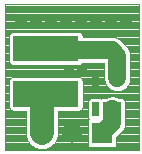
<source format=gbl>
G04 DipTrace 2.4.0.2*
%INBuckboost5V.GBL*%
%MOMM*%
%ADD14C,1.0*%
%ADD17C,1.016*%
%ADD18C,1.5*%
%ADD19C,0.55*%
%ADD20C,2.0*%
%ADD22C,0.1*%
%ADD24R,1.7X1.7*%
%ADD25C,1.7*%
%FSLAX53Y53*%
G04*
G71*
G90*
G75*
G01*
%LNBottom*%
%LPD*%
X11765Y18803D2*
D14*
X13690D1*
X13809Y18922D1*
X14865Y18807D2*
D17*
X16123D1*
D18*
X19365D1*
X19855Y18317D1*
Y16408D1*
D19*
X19895Y16368D1*
X13463Y11746D2*
D20*
Y14736D1*
X13809Y15082D1*
X13435Y14352D2*
D14*
Y14709D1*
X13809Y15082D1*
X19895Y13768D2*
D19*
X19429D1*
X18945D1*
X19429D2*
D18*
Y12633D1*
X18543Y11746D1*
D17*
X11765Y18803D3*
X13435Y14352D3*
X12865Y18807D3*
X13865D3*
X14865D3*
X18036Y21271D3*
X16766D3*
X14226D3*
X20576D3*
X19306D3*
X15496D3*
X11686D3*
X12956D3*
X15765Y16978D3*
X16895D3*
X13435Y15578D3*
X10360Y22553D2*
D22*
X21641D1*
X10360Y22457D2*
X21641D1*
X10360Y22360D2*
X21641D1*
X10360Y22263D2*
X21641D1*
X10360Y22167D2*
X21641D1*
X10360Y22070D2*
X21641D1*
X10360Y21973D2*
X21641D1*
X10360Y21877D2*
X21641D1*
X10360Y21780D2*
X21641D1*
X10360Y21683D2*
X21641D1*
X10360Y21587D2*
X21641D1*
X10360Y21490D2*
X21641D1*
X10360Y21393D2*
X21641D1*
X10360Y21297D2*
X21641D1*
X10360Y21200D2*
X21641D1*
X10360Y21103D2*
X21641D1*
X10360Y21007D2*
X21641D1*
X10360Y20910D2*
X21641D1*
X10360Y20813D2*
X21641D1*
X10360Y20717D2*
X21641D1*
X10360Y20620D2*
X21641D1*
X10360Y20523D2*
X21641D1*
X10360Y20427D2*
X21641D1*
X10360Y20330D2*
X10930D1*
X16689D2*
X21641D1*
X10360Y20233D2*
X10786D1*
X16833D2*
X21641D1*
X10360Y20137D2*
X10724D1*
X16894D2*
X21641D1*
X10360Y20040D2*
X10699D1*
X16920D2*
X21641D1*
X10360Y19943D2*
X10695D1*
X16923D2*
X21641D1*
X10360Y19847D2*
X10695D1*
X19747D2*
X21641D1*
X10360Y19750D2*
X10695D1*
X19950D2*
X21641D1*
X10360Y19653D2*
X10695D1*
X20084D2*
X21641D1*
X10360Y19557D2*
X10695D1*
X20187D2*
X21641D1*
X10360Y19460D2*
X10695D1*
X20283D2*
X21641D1*
X10360Y19363D2*
X10695D1*
X20380D2*
X21641D1*
X10360Y19267D2*
X10695D1*
X20476D2*
X21641D1*
X10360Y19170D2*
X10695D1*
X20573D2*
X21641D1*
X10360Y19073D2*
X10695D1*
X20669D2*
X21641D1*
X10360Y18977D2*
X10695D1*
X20750D2*
X21641D1*
X10360Y18880D2*
X10695D1*
X20814D2*
X21641D1*
X10360Y18783D2*
X10695D1*
X20865D2*
X21641D1*
X10360Y18687D2*
X10695D1*
X20905D2*
X21641D1*
X10360Y18590D2*
X10695D1*
X20934D2*
X21641D1*
X10360Y18493D2*
X10695D1*
X20955D2*
X21641D1*
X10360Y18397D2*
X10695D1*
X20965D2*
X21641D1*
X10360Y18300D2*
X10695D1*
X20969D2*
X21641D1*
X10360Y18203D2*
X10695D1*
X20969D2*
X21641D1*
X10360Y18107D2*
X10695D1*
X20969D2*
X21641D1*
X10360Y18010D2*
X10695D1*
X20969D2*
X21641D1*
X10360Y17913D2*
X10695D1*
X20969D2*
X21641D1*
X10360Y17817D2*
X10697D1*
X20969D2*
X21641D1*
X10360Y17720D2*
X10719D1*
X20969D2*
X21641D1*
X10360Y17623D2*
X10775D1*
X16842D2*
X18741D1*
X20969D2*
X21641D1*
X10360Y17527D2*
X10900D1*
X16719D2*
X18741D1*
X20969D2*
X21641D1*
X10360Y17430D2*
X18741D1*
X20969D2*
X21641D1*
X10360Y17333D2*
X18741D1*
X20969D2*
X21641D1*
X10360Y17237D2*
X18741D1*
X20969D2*
X21641D1*
X10360Y17140D2*
X18741D1*
X20969D2*
X21641D1*
X10360Y17043D2*
X18741D1*
X20969D2*
X21641D1*
X10360Y16947D2*
X18741D1*
X20969D2*
X21641D1*
X10360Y16850D2*
X18741D1*
X20969D2*
X21641D1*
X10360Y16753D2*
X18741D1*
X20969D2*
X21641D1*
X10360Y16657D2*
X18741D1*
X20969D2*
X21641D1*
X10360Y16560D2*
X18741D1*
X20969D2*
X21641D1*
X10360Y16463D2*
X10872D1*
X16747D2*
X18741D1*
X20969D2*
X21641D1*
X10360Y16367D2*
X10764D1*
X16855D2*
X18742D1*
X20969D2*
X21641D1*
X10360Y16270D2*
X10714D1*
X16905D2*
X18750D1*
X20961D2*
X21641D1*
X10360Y16173D2*
X10695D1*
X16922D2*
X18766D1*
X20944D2*
X21641D1*
X10360Y16077D2*
X10695D1*
X16923D2*
X18792D1*
X20919D2*
X21641D1*
X10360Y15980D2*
X10695D1*
X16923D2*
X18828D1*
X20883D2*
X21641D1*
X10360Y15883D2*
X10695D1*
X16923D2*
X18874D1*
X20836D2*
X21641D1*
X10360Y15787D2*
X10695D1*
X16923D2*
X18933D1*
X20778D2*
X21641D1*
X10360Y15690D2*
X10695D1*
X16923D2*
X19006D1*
X20703D2*
X21641D1*
X10360Y15593D2*
X10695D1*
X16923D2*
X19100D1*
X20609D2*
X21641D1*
X10360Y15497D2*
X10695D1*
X16923D2*
X19222D1*
X20487D2*
X21641D1*
X10360Y15400D2*
X10695D1*
X16923D2*
X19395D1*
X20315D2*
X21641D1*
X10360Y15303D2*
X10695D1*
X16923D2*
X21641D1*
X10360Y15207D2*
X10695D1*
X16923D2*
X21641D1*
X10360Y15110D2*
X10695D1*
X16923D2*
X21641D1*
X10360Y15013D2*
X10695D1*
X16923D2*
X21641D1*
X10360Y14917D2*
X10695D1*
X16923D2*
X21641D1*
X10360Y14820D2*
X10695D1*
X16923D2*
X19088D1*
X19772D2*
X21641D1*
X10360Y14723D2*
X10695D1*
X16923D2*
X18867D1*
X19990D2*
X21641D1*
X10360Y14627D2*
X10695D1*
X16923D2*
X17469D1*
X20420D2*
X21641D1*
X10360Y14530D2*
X10695D1*
X16923D2*
X17395D1*
X20494D2*
X21641D1*
X10360Y14433D2*
X10695D1*
X16923D2*
X17363D1*
X20528D2*
X21641D1*
X10360Y14337D2*
X10695D1*
X16923D2*
X17356D1*
X20534D2*
X21641D1*
X10360Y14240D2*
X10695D1*
X16923D2*
X17356D1*
X20534D2*
X21641D1*
X10360Y14143D2*
X10695D1*
X16923D2*
X17356D1*
X20534D2*
X21641D1*
X10360Y14047D2*
X10695D1*
X16923D2*
X17356D1*
X20534D2*
X21641D1*
X10360Y13950D2*
X10700D1*
X16919D2*
X17356D1*
X20534D2*
X21641D1*
X10360Y13853D2*
X10730D1*
X16887D2*
X17356D1*
X20540D2*
X21641D1*
X10360Y13757D2*
X10800D1*
X16819D2*
X17356D1*
X20544D2*
X21641D1*
X10360Y13660D2*
X10981D1*
X16636D2*
X17356D1*
X20544D2*
X21641D1*
X10360Y13563D2*
X12099D1*
X14826D2*
X17356D1*
X20544D2*
X21641D1*
X10360Y13467D2*
X12099D1*
X14826D2*
X17356D1*
X20544D2*
X21641D1*
X10360Y13370D2*
X12099D1*
X14826D2*
X17356D1*
X20544D2*
X21641D1*
X10360Y13273D2*
X12099D1*
X14826D2*
X17356D1*
X20544D2*
X21641D1*
X10360Y13177D2*
X12099D1*
X14826D2*
X17356D1*
X20544D2*
X21641D1*
X10360Y13080D2*
X12099D1*
X14826D2*
X17367D1*
X20544D2*
X21641D1*
X10360Y12983D2*
X12099D1*
X14826D2*
X17408D1*
X20544D2*
X21641D1*
X10360Y12887D2*
X12099D1*
X14826D2*
X17330D1*
X20544D2*
X21641D1*
X10360Y12790D2*
X12099D1*
X14826D2*
X17330D1*
X20544D2*
X21641D1*
X10360Y12693D2*
X12099D1*
X14826D2*
X17330D1*
X20544D2*
X21641D1*
X10360Y12597D2*
X12099D1*
X14826D2*
X17330D1*
X20542D2*
X21641D1*
X10360Y12500D2*
X12099D1*
X14826D2*
X17330D1*
X20536D2*
X21641D1*
X10360Y12403D2*
X12099D1*
X14826D2*
X17330D1*
X20519D2*
X21641D1*
X10360Y12307D2*
X12099D1*
X14826D2*
X17330D1*
X20494D2*
X21641D1*
X10360Y12210D2*
X12099D1*
X14826D2*
X17330D1*
X20459D2*
X21641D1*
X10360Y12113D2*
X12099D1*
X14826D2*
X17330D1*
X20414D2*
X21641D1*
X10360Y12017D2*
X12099D1*
X14826D2*
X17330D1*
X20355D2*
X21641D1*
X10360Y11920D2*
X12099D1*
X14826D2*
X17330D1*
X20283D2*
X21641D1*
X10360Y11823D2*
X12099D1*
X14826D2*
X17330D1*
X20190D2*
X21641D1*
X10360Y11727D2*
X12100D1*
X14826D2*
X17330D1*
X20094D2*
X21641D1*
X10360Y11630D2*
X12105D1*
X14822D2*
X17330D1*
X19997D2*
X21641D1*
X10360Y11533D2*
X12116D1*
X14809D2*
X17330D1*
X19901D2*
X21641D1*
X10360Y11437D2*
X12135D1*
X14790D2*
X17330D1*
X19805D2*
X21641D1*
X10360Y11340D2*
X12161D1*
X14764D2*
X17330D1*
X19756D2*
X21641D1*
X10360Y11243D2*
X12197D1*
X14730D2*
X17330D1*
X19756D2*
X21641D1*
X10360Y11147D2*
X12239D1*
X14687D2*
X17330D1*
X19756D2*
X21641D1*
X10360Y11050D2*
X12292D1*
X14634D2*
X17330D1*
X19756D2*
X21641D1*
X10360Y10953D2*
X12356D1*
X14570D2*
X17330D1*
X19756D2*
X21641D1*
X10360Y10857D2*
X12433D1*
X14494D2*
X17330D1*
X19756D2*
X21641D1*
X10360Y10760D2*
X12527D1*
X14400D2*
X17330D1*
X19756D2*
X21641D1*
X10360Y10663D2*
X12641D1*
X14286D2*
X17330D1*
X19756D2*
X21641D1*
X10360Y10567D2*
X12789D1*
X14137D2*
X17330D1*
X19756D2*
X21641D1*
X10360Y10470D2*
X13002D1*
X13923D2*
X21641D1*
X10360Y10373D2*
X21641D1*
X17389Y12950D2*
X17441D1*
X17402Y13011D1*
X17384Y13057D1*
X17371Y13106D1*
X17366Y13167D1*
Y14367D1*
X17370Y14417D1*
X17380Y14466D1*
X17397Y14513D1*
X17421Y14557D1*
X17451Y14597D1*
X17486Y14633D1*
X17525Y14663D1*
X17569Y14688D1*
X17616Y14706D1*
X17664Y14717D1*
X17720Y14722D1*
X18270D1*
X18320Y14718D1*
X18369Y14707D1*
X18416Y14690D1*
X18470Y14660D1*
X18513Y14685D1*
X18560Y14704D1*
X18608Y14716D1*
X18670Y14722D1*
X18875D1*
X18961Y14767D1*
X19053Y14805D1*
X19148Y14835D1*
X19246Y14856D1*
X19345Y14868D1*
X19445Y14871D1*
X19545Y14865D1*
X19644Y14850D1*
X19741Y14827D1*
X19836Y14794D1*
X19927Y14753D1*
X19986Y14721D1*
X20170Y14722D1*
X20220Y14718D1*
X20269Y14707D1*
X20316Y14690D1*
X20360Y14666D1*
X20400Y14637D1*
X20435Y14602D1*
X20466Y14562D1*
X20490Y14519D1*
X20508Y14472D1*
X20520Y14423D1*
X20524Y14367D1*
Y13910D1*
X20531Y13836D1*
X20533Y13617D1*
X20532Y12583D1*
X20523Y12483D1*
X20505Y12385D1*
X20478Y12289D1*
X20443Y12195D1*
X20399Y12105D1*
X20348Y12020D1*
X20288Y11939D1*
X20222Y11864D1*
X19747Y11389D1*
Y10542D1*
X17339D1*
Y12950D1*
X17389D1*
X16509Y13653D2*
X14817D1*
X14816Y11696D1*
X14809Y11597D1*
X14794Y11498D1*
X14772Y11400D1*
X14743Y11305D1*
X14707Y11211D1*
X14664Y11121D1*
X14615Y11034D1*
X14559Y10951D1*
X14497Y10872D1*
X14430Y10799D1*
X14357Y10730D1*
X14280Y10667D1*
X14198Y10609D1*
X14112Y10558D1*
X14023Y10513D1*
X13930Y10476D1*
X13835Y10445D1*
X13738Y10421D1*
X13639Y10404D1*
X13540Y10395D1*
X13440Y10393D1*
X13340Y10398D1*
X13241Y10411D1*
X13143Y10431D1*
X13047Y10458D1*
X12953Y10492D1*
X12862Y10533D1*
X12774Y10581D1*
X12690Y10635D1*
X12610Y10695D1*
X12535Y10761D1*
X12464Y10832D1*
X12400Y10908D1*
X12341Y10989D1*
X12288Y11074D1*
X12241Y11163D1*
X12202Y11254D1*
X12169Y11349D1*
X12143Y11445D1*
X12124Y11543D1*
X12113Y11643D1*
X12109Y11796D1*
Y13653D1*
X11059D1*
X11009Y13657D1*
X10960Y13667D1*
X10913Y13685D1*
X10870Y13708D1*
X10829Y13738D1*
X10794Y13773D1*
X10763Y13813D1*
X10739Y13856D1*
X10721Y13903D1*
X10709Y13951D1*
X10705Y14007D1*
Y16157D1*
X10709Y16207D1*
X10719Y16256D1*
X10736Y16303D1*
X10760Y16347D1*
X10790Y16387D1*
X10825Y16423D1*
X10864Y16453D1*
X10908Y16477D1*
X10955Y16495D1*
X11003Y16507D1*
X11059Y16511D1*
X16559D1*
X16609Y16508D1*
X16658Y16497D1*
X16705Y16480D1*
X16749Y16456D1*
X16789Y16427D1*
X16824Y16392D1*
X16855Y16352D1*
X16879Y16308D1*
X16897Y16262D1*
X16909Y16213D1*
X16913Y16157D1*
Y14007D1*
X16910Y13957D1*
X16899Y13909D1*
X16882Y13862D1*
X16858Y13818D1*
X16828Y13778D1*
X16793Y13742D1*
X16754Y13712D1*
X16710Y13687D1*
X16664Y13669D1*
X16615Y13658D1*
X16559Y13653D1*
X16509D1*
Y17493D2*
X11059D1*
X11009Y17497D1*
X10960Y17507D1*
X10913Y17525D1*
X10870Y17548D1*
X10829Y17578D1*
X10794Y17613D1*
X10763Y17653D1*
X10739Y17696D1*
X10721Y17743D1*
X10709Y17791D1*
X10705Y17847D1*
Y19997D1*
X10709Y20047D1*
X10719Y20096D1*
X10736Y20143D1*
X10760Y20187D1*
X10790Y20227D1*
X10825Y20263D1*
X10864Y20293D1*
X10908Y20317D1*
X10955Y20335D1*
X11003Y20347D1*
X11059Y20351D1*
X16559D1*
X16609Y20348D1*
X16658Y20337D1*
X16705Y20320D1*
X16749Y20296D1*
X16789Y20267D1*
X16824Y20232D1*
X16855Y20192D1*
X16879Y20148D1*
X16897Y20102D1*
X16909Y20053D1*
X16913Y19997D1*
Y19911D1*
X19415Y19910D1*
X19515Y19901D1*
X19613Y19883D1*
X19709Y19856D1*
X19803Y19821D1*
X19893Y19777D1*
X19978Y19726D1*
X20059Y19666D1*
X20133Y19600D1*
X20670Y19062D1*
X20734Y18985D1*
X20791Y18903D1*
X20840Y18816D1*
X20881Y18725D1*
X20914Y18630D1*
X20938Y18533D1*
X20953Y18434D1*
X20959Y18335D1*
X20958Y16358D1*
X20949Y16258D1*
X20931Y16160D1*
X20904Y16064D1*
X20869Y15970D1*
X20825Y15880D1*
X20773Y15795D1*
X20714Y15714D1*
X20648Y15639D1*
X20575Y15571D1*
X20496Y15509D1*
X20412Y15455D1*
X20324Y15408D1*
X20231Y15370D1*
X20136Y15340D1*
X20038Y15319D1*
X19939Y15307D1*
X19839Y15304D1*
X19739Y15310D1*
X19641Y15325D1*
X19543Y15349D1*
X19449Y15381D1*
X19358Y15422D1*
X19271Y15471D1*
X19188Y15528D1*
X19111Y15592D1*
X19041Y15662D1*
X18977Y15739D1*
X18920Y15821D1*
X18870Y15908D1*
X18829Y15999D1*
X18797Y16094D1*
X18773Y16191D1*
X18757Y16290D1*
X18751Y16408D1*
Y17703D1*
X16882Y17704D1*
X16858Y17658D1*
X16828Y17618D1*
X16793Y17582D1*
X16754Y17552D1*
X16710Y17527D1*
X16664Y17509D1*
X16615Y17498D1*
X16559Y17493D1*
X16509D1*
X10400Y10350D2*
X21650D1*
Y22650D1*
X10350D1*
Y10350D1*
X10400D1*
D24*
X18543Y11746D3*
D25*
X16003D3*
X13463D3*
G36*
X16559Y14007D2*
X11059D1*
Y16157D1*
X16559D1*
Y14007D1*
G37*
G36*
Y17847D2*
X11059D1*
Y19997D1*
X16559D1*
Y17847D1*
G37*
G36*
X19620Y14367D2*
X20170D1*
Y13168D1*
X19620D1*
Y14367D1*
G37*
G36*
X18670D2*
X19220D1*
Y13168D1*
X18670D1*
Y14367D1*
G37*
G36*
X17720D2*
X18270D1*
Y13168D1*
X17720D1*
Y14367D1*
G37*
G36*
Y16968D2*
X18270D1*
Y15768D1*
X17720D1*
Y16968D1*
G37*
G36*
X19620D2*
X20170D1*
Y15768D1*
X19620D1*
Y16968D1*
G37*
M02*

</source>
